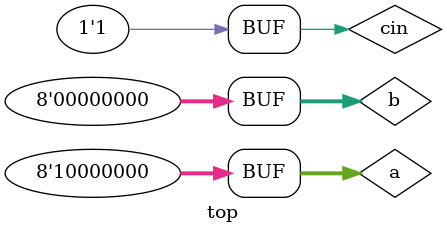
<source format=v>
`include "coe17b024_exp1_8bitadder_v1.v"

module top;

reg[7:0] a, b;
reg cin;
wire[7:0] sum;
wire ca;

     EightBitAdder EBA_0(a,b,cin,sum,ca);

initial
begin
	a=0;
	b=0;
	cin=1;
	#100 
	a = 32;
	b = 16;
	cin = 0;
	#100
	a =128;
	b = 0;
	cin = 1;
end

initial
begin
	$monitor($time, "a = %d, b = %d,cin = %b, Sum = %d, ca = %b",a,b,cin,sum, ca);
	$dumpfile("8bit.vcd");
	$dumpvars;
end

endmodule

</source>
